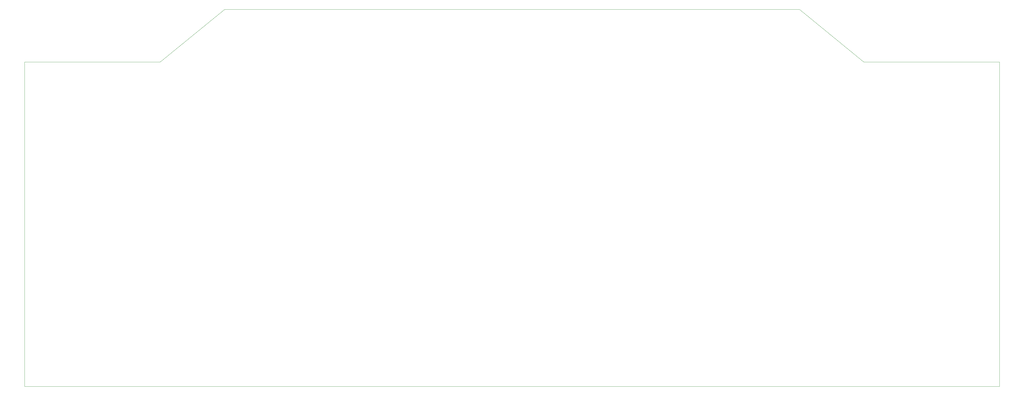
<source format=gbr>
%TF.GenerationSoftware,KiCad,Pcbnew,(5.1.6)-1*%
%TF.CreationDate,2021-03-17T18:03:01-05:00*%
%TF.ProjectId,ThreeToOne,54687265-6554-46f4-9f6e-652e6b696361,rev?*%
%TF.SameCoordinates,Original*%
%TF.FileFunction,Profile,NP*%
%FSLAX46Y46*%
G04 Gerber Fmt 4.6, Leading zero omitted, Abs format (unit mm)*
G04 Created by KiCad (PCBNEW (5.1.6)-1) date 2021-03-17 18:03:01*
%MOMM*%
%LPD*%
G01*
G04 APERTURE LIST*
%TA.AperFunction,Profile*%
%ADD10C,0.050000*%
%TD*%
G04 APERTURE END LIST*
D10*
X479780600Y-122682000D02*
X502412000Y-141198600D01*
X254787400Y-141198600D02*
X277469600Y-122682000D01*
X277469600Y-122682000D02*
X479780600Y-122682000D01*
X502412000Y-141198600D02*
X550138600Y-141198600D01*
X550138600Y-141198600D02*
X550138600Y-255651000D01*
X207111600Y-255651000D02*
X550138600Y-255651000D01*
X207111600Y-141198600D02*
X254787400Y-141198600D01*
X207111600Y-255651000D02*
X207111600Y-141198600D01*
M02*

</source>
